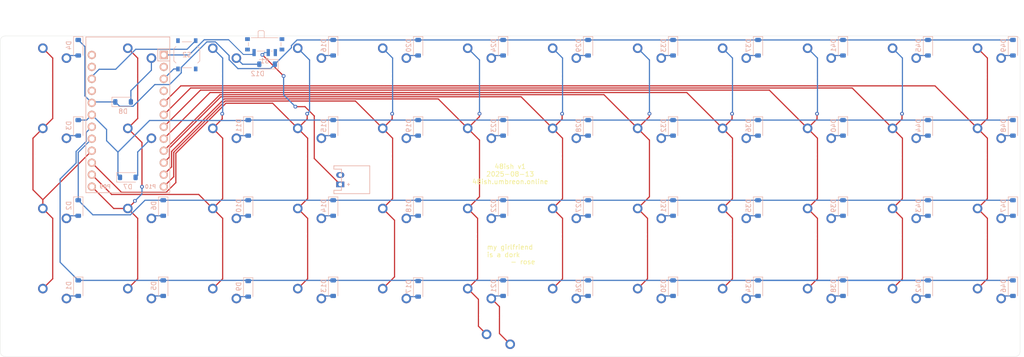
<source format=kicad_pcb>
(kicad_pcb
	(version 20241229)
	(generator "pcbnew")
	(generator_version "9.0")
	(general
		(thickness 1.6)
		(legacy_teardrops no)
	)
	(paper "A3")
	(title_block
		(title "plank")
		(rev "v1.0.0")
		(company "Unknown")
	)
	(layers
		(0 "F.Cu" signal)
		(2 "B.Cu" signal)
		(9 "F.Adhes" user "F.Adhesive")
		(11 "B.Adhes" user "B.Adhesive")
		(13 "F.Paste" user)
		(15 "B.Paste" user)
		(5 "F.SilkS" user "F.Silkscreen")
		(7 "B.SilkS" user "B.Silkscreen")
		(1 "F.Mask" user)
		(3 "B.Mask" user)
		(17 "Dwgs.User" user "User.Drawings")
		(19 "Cmts.User" user "User.Comments")
		(21 "Eco1.User" user "User.Eco1")
		(23 "Eco2.User" user "User.Eco2")
		(25 "Edge.Cuts" user)
		(27 "Margin" user)
		(31 "F.CrtYd" user "F.Courtyard")
		(29 "B.CrtYd" user "B.Courtyard")
		(35 "F.Fab" user)
		(33 "B.Fab" user)
	)
	(setup
		(pad_to_mask_clearance 0)
		(allow_soldermask_bridges_in_footprints no)
		(tenting front back)
		(pcbplotparams
			(layerselection 0x00000000_00000000_55555555_5755f5ff)
			(plot_on_all_layers_selection 0x00000000_00000000_00000000_00000000)
			(disableapertmacros no)
			(usegerberextensions no)
			(usegerberattributes yes)
			(usegerberadvancedattributes yes)
			(creategerberjobfile yes)
			(dashed_line_dash_ratio 12.000000)
			(dashed_line_gap_ratio 3.000000)
			(svgprecision 4)
			(plotframeref no)
			(mode 1)
			(useauxorigin no)
			(hpglpennumber 1)
			(hpglpenspeed 20)
			(hpglpendiameter 15.000000)
			(pdf_front_fp_property_popups yes)
			(pdf_back_fp_property_popups yes)
			(pdf_metadata yes)
			(pdf_single_document no)
			(dxfpolygonmode yes)
			(dxfimperialunits yes)
			(dxfusepcbnewfont yes)
			(psnegative no)
			(psa4output no)
			(plot_black_and_white yes)
			(sketchpadsonfab no)
			(plotpadnumbers no)
			(hidednponfab no)
			(sketchdnponfab yes)
			(crossoutdnponfab yes)
			(subtractmaskfromsilk no)
			(outputformat 1)
			(mirror no)
			(drillshape 0)
			(scaleselection 1)
			(outputdirectory "/home/erin/Downloads/48ish-out")
		)
	)
	(net 0 "")
	(net 1 "one_modrow")
	(net 2 "one")
	(net 3 "one_bottom")
	(net 4 "one_home")
	(net 5 "one_top")
	(net 6 "two_modrow")
	(net 7 "two")
	(net 8 "two_bottom")
	(net 9 "two_home")
	(net 10 "two_top")
	(net 11 "three_modrow")
	(net 12 "three")
	(net 13 "three_bottom")
	(net 14 "three_home")
	(net 15 "three_top")
	(net 16 "four_modrow")
	(net 17 "four")
	(net 18 "four_bottom")
	(net 19 "four_home")
	(net 20 "four_top")
	(net 21 "five_modrow")
	(net 22 "five")
	(net 23 "five_bottom")
	(net 24 "five_home")
	(net 25 "five_top")
	(net 26 "six_modrow")
	(net 27 "six")
	(net 28 "six_bottom")
	(net 29 "six_home")
	(net 30 "six_top")
	(net 31 "seven")
	(net 32 "seven_modrow")
	(net 33 "seven_bottom")
	(net 34 "seven_home")
	(net 35 "seven_top")
	(net 36 "eight_modrow")
	(net 37 "eight")
	(net 38 "eight_bottom")
	(net 39 "eight_home")
	(net 40 "eight_top")
	(net 41 "nine_modrow")
	(net 42 "nine")
	(net 43 "nine_bottom")
	(net 44 "nine_home")
	(net 45 "nine_top")
	(net 46 "ten_modrow")
	(net 47 "ten")
	(net 48 "ten_bottom")
	(net 49 "ten_home")
	(net 50 "ten_top")
	(net 51 "eleven_modrow")
	(net 52 "eleven")
	(net 53 "eleven_bottom")
	(net 54 "eleven_home")
	(net 55 "eleven_top")
	(net 56 "twelve_modrow")
	(net 57 "twelve")
	(net 58 "twelve_bottom")
	(net 59 "twelve_home")
	(net 60 "twelve_top")
	(net 61 "modrow")
	(net 62 "bottom")
	(net 63 "home")
	(net 64 "top")
	(net 65 "RAW")
	(net 66 "GND")
	(net 67 "RST")
	(net 68 "VCC")
	(net 69 "P1")
	(net 70 "P0")
	(net 71 "BAT")
	(footprint "PG1350" (layer "F.Cu") (at 162 -68))
	(footprint "PG1350" (layer "F.Cu") (at 108 -68))
	(footprint "PG1350" (layer "F.Cu") (at 72 -51))
	(footprint "PG1350" (layer "F.Cu") (at 18 -68))
	(footprint "PG1350" (layer "F.Cu") (at 180 -51))
	(footprint "PG1350" (layer "F.Cu") (at 108 -51))
	(footprint "PG1350" (layer "F.Cu") (at 54 -34))
	(footprint "PG1350" (layer "F.Cu") (at 0 -34))
	(footprint "PG1350" (layer "F.Cu") (at 36 -68))
	(footprint "PG1350" (layer "F.Cu") (at 144 -68))
	(footprint "PG1350" (layer "F.Cu") (at 72 -68))
	(footprint "PG1350" (layer "F.Cu") (at 72 -17))
	(footprint "PG1350" (layer "F.Cu") (at 180 -68))
	(footprint "PG1350" (layer "F.Cu") (at 54 -51))
	(footprint "PG1350" (layer "F.Cu") (at 90 -68))
	(footprint "PG1350" (layer "F.Cu") (at 36 -51))
	(footprint "PG1350" (layer "F.Cu") (at 108 -34))
	(footprint "PG1350" (layer "F.Cu") (at 18 -34))
	(footprint "PG1350" (layer "F.Cu") (at 0 -17))
	(footprint "JST_PH_S2B-PH-K_02x2.00mm_Angled" (layer "F.Cu") (at 63 -46 90))
	(footprint "PG1350" (layer "F.Cu") (at 126 -34))
	(footprint "PG1350" (layer "F.Cu") (at 36 -17))
	(footprint "PG1350" (layer "F.Cu") (at 72 -34))
	(footprint "PG1350" (layer "F.Cu") (at 144 -17))
	(footprint "PG1350" (layer "F.Cu") (at 144 -51))
	(footprint "PG1350" (layer "F.Cu") (at 90 -17))
	(footprint "PG1350" (layer "F.Cu") (at 54 -17))
	(footprint "PG1350" (layer "F.Cu") (at 162 -51))
	(footprint "PG1350" (layer "F.Cu") (at 99 -17 180))
	(footprint "PG1350" (layer "F.Cu") (at 198 -68))
	(footprint "PG1350" (layer "F.Cu") (at 126 -51))
	(footprint "PG1350" (layer "F.Cu") (at 180 -34))
	(footprint "PG1350" (layer "F.Cu") (at 126 -68))
	(footprint "PG1350" (layer "F.Cu") (at 90 -34))
	(footprint "PG1350" (layer "F.Cu") (at 162 -34))
	(footprint "PG1350" (layer "F.Cu") (at 90 -51))
	(footprint "PG1350" (layer "F.Cu") (at 144 -34))
	(footprint "PG1350" (layer "F.Cu") (at 54 -68))
	(footprint "PG1350" (layer "F.Cu") (at 198 -17))
	(footprint "PG1350" (layer "F.Cu") (at 180 -17))
	(footprint "PG1350" (layer "F.Cu") (at 162 -17))
	(footprint "PG1350" (layer "F.Cu") (at 18 -17))
	(footprint "PG1350" (layer "F.Cu") (at 126 -17))
	(footprint "PG1350" (layer "F.Cu") (at 18 -51))
	(footprint "PG1350" (layer "F.Cu") (at 0 -68))
	(footprint "PG1350" (layer "F.Cu") (at 36 -34))
	(footprint "PG1350" (layer "F.Cu") (at 198 -51))
	(footprint "PG1350" (layer "F.Cu") (at 108 -17))
	(footprint "PG1350" (layer "F.Cu") (at 198 -34))
	(footprint "PG1350" (layer "F.Cu") (at 0 -51))
	(footprint "Button_Switch_SMD:SW_SPDT_PCM12"
		(layer "B.Cu")
		(uuid "00000000-0000-0000-0000-00005bf2cc3c")
		(at 47 -74.4)
		(descr "Ultraminiature Surface Mount Slide Switch, right-angle, https://www.ckswitches.com/media/1424/pcm.pdf")
		(property "Reference" "S1"
			(at 0 3.2 0)
			(layer "B.SilkS")
			(uuid "ba3ad43d-dec1-442d-b9bf-0a5c22c8813e")
			(effects
				(font
					(size 1 1)
					(thickness 0.15)
				)
				(justify mirror)
			)
		)
		(property "Value" ""
			(at 0 -4.25 0)
			(layer "B.Fab")
			(uuid "55d02865-1639-47e2-960b-5c5d2d9fe983")
			(effects
				(font
					(size 1 1)
					(thickness 0.15)
				)
				(justify mirror)
			)
		)
		(property "Datasheet" ""
			(at 0 0 180)
			(unlocked yes)
			(layer "B.Fab")
			(hide yes)
			(uuid "5bbd18a2-010d-459a-92eb-416fa07392f5")
			(effects
				(font
					(size 1.27 1.27)
					(thickness 0.15)
				)
				(justify mirror)
			)
		)
		(property "Description" ""
			(at 0 0 180)
			(unlocked yes)
			(layer "B.Fab")
			(hide yes)
			(uuid "7204063f-6338-4535-992e-cbc33bee96ca")
			(effects
				(font
					(size 1.27 1.27)
					(thickness 0.15)
				)
				(justify mirror)
			)
		)
		(attr smd)
		(fp_line
			(start -3.45 0.07)
			(end -3.45 -0.72)
			(stroke
				(width 0.12)
				(type solid)
			)
			(layer "B.SilkS")
			(uuid "b0c925a1-755f-44aa-90f6-d61ecb35cb34")
		)
		(fp_line
			(start -2.85 -1.73)
			(end 2.85 -1.73)
			(stroke
				(width 0.12)
				(type solid)
			)
			(layer "B.SilkS")
			(uuid "32ad5941-ac00-4754-b787-a877c737d6d8")
		)
		(fp_line
			(s
... [320025 chars truncated]
</source>
